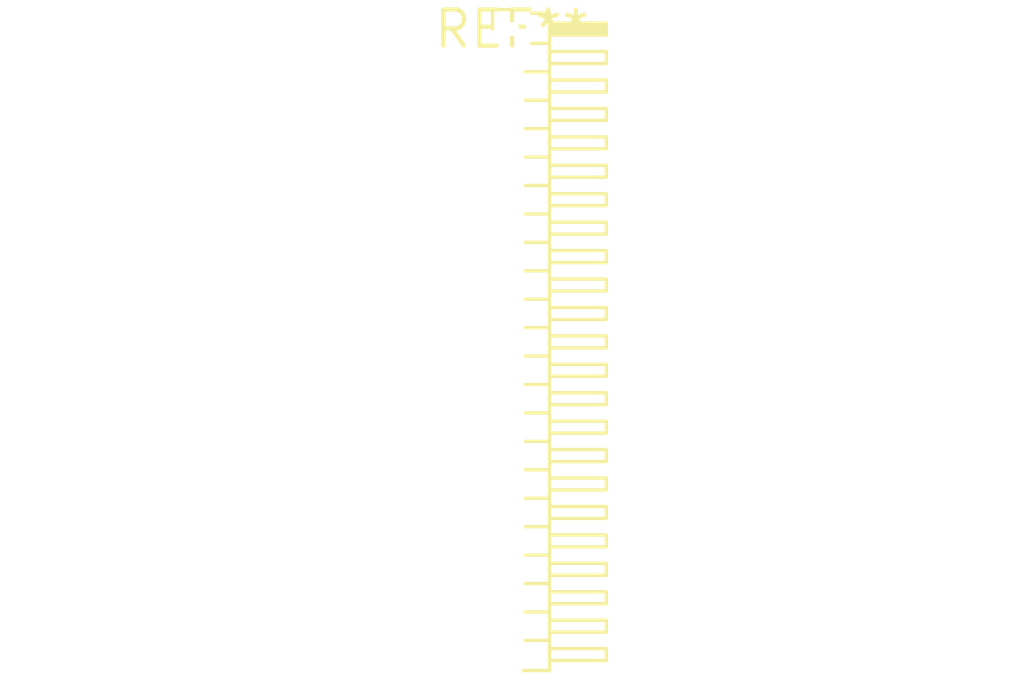
<source format=kicad_pcb>
(kicad_pcb (version 20240108) (generator pcbnew)
  (layers (0 "F.Cu" signal) (31 "B.Cu" signal) (34 "B.Paste" user) (35 "F.Paste" user) (36 "B.SilkS" user "B.Silkscreen") (37 "F.SilkS" user "F.Silkscreen") (38 "B.Mask" user) (39 "F.Mask" user) (44 "Edge.Cuts" user))
  (net 0 "")
  (footprint "PinHeader_1x23_P1.00mm_Horizontal" (layer "F.Cu") (at 0 0)
    (property "Reference" "REF**")
    (property "Value" "PinHeader_1x23_P1.00mm_Horizontal")
    (fp_line (start -0.685 -0.685) (end 0 -0.685) (layer "F.SilkS") (stroke (width 0.12)))
    (fp_line (start -0.685 0) (end -0.685 -0.685) (layer "F.SilkS") (stroke (width 0.12)))
    (fp_line (start 0.468215 1.5) (end 1.31 1.5) (layer "F.SilkS") (stroke (width 0.12)))
    (fp_line (start 0.468215 2.5) (end 1.31 2.5) (layer "F.SilkS") (stroke (width 0.12)))
    (fp_line (start 0.468215 3.5) (end 1.31 3.5) (layer "F.SilkS") (stroke (width 0.12)))
    (fp_line (start 0.468215 4.5) (end 1.31 4.5) (layer "F.SilkS") (stroke (width 0.12)))
    (fp_line (start 0.468215 5.5) (end 1.31 5.5) (layer "F.SilkS") (stroke (width 0.12)))
    (fp_line (start 0.468215 6.5) (end 1.31 6.5) (layer "F.SilkS") (stroke (width 0.12)))
    (fp_line (start 0.468215 7.5) (end 1.31 7.5) (layer "F.SilkS") (stroke (width 0.12)))
    (fp_line (start 0.468215 8.5) (end 1.31 8.5) (layer "F.SilkS") (stroke (width 0.12)))
    (fp_line (start 0.468215 9.5) (end 1.31 9.5) (layer "F.SilkS") (stroke (width 0.12)))
    (fp_line (start 0.468215 10.5) (end 1.31 10.5) (layer "F.SilkS") (stroke (width 0.12)))
    (fp_line (start 0.468215 11.5) (end 1.31 11.5) (layer "F.SilkS") (stroke (width 0.12)))
    (fp_line (start 0.468215 12.5) (end 1.31 12.5) (layer "F.SilkS") (stroke (width 0.12)))
    (fp_line (start 0.468215 13.5) (end 1.31 13.5) (layer "F.SilkS") (stroke (width 0.12)))
    (fp_line (start 0.468215 14.5) (end 1.31 14.5) (layer "F.SilkS") (stroke (width 0.12)))
    (fp_line (start 0.468215 15.5) (end 1.31 15.5) (layer "F.SilkS") (stroke (width 0.12)))
    (fp_line (start 0.468215 16.5) (end 1.31 16.5) (layer "F.SilkS") (stroke (width 0.12)))
    (fp_line (start 0.468215 17.5) (end 1.31 17.5) (layer "F.SilkS") (stroke (width 0.12)))
    (fp_line (start 0.468215 18.5) (end 1.31 18.5) (layer "F.SilkS") (stroke (width 0.12)))
    (fp_line (start 0.468215 19.5) (end 1.31 19.5) (layer "F.SilkS") (stroke (width 0.12)))
    (fp_line (start 0.468215 20.5) (end 1.31 20.5) (layer "F.SilkS") (stroke (width 0.12)))
    (fp_line (start 0.468215 21.5) (end 1.31 21.5) (layer "F.SilkS") (stroke (width 0.12)))
    (fp_line (start 0.685 -0.56) (end 1.31 -0.56) (layer "F.SilkS") (stroke (width 0.12)))
    (fp_line (start 0.685 0.5) (end 1.31 0.5) (layer "F.SilkS") (stroke (width 0.12)))
    (fp_line (start 1.31 -0.56) (end 1.31 22.56) (layer "F.SilkS") (stroke (width 0.12)))
    (fp_line (start 1.31 -0.21) (end 3.31 -0.21) (layer "F.SilkS") (stroke (width 0.12)))
    (fp_line (start 1.31 -0.15) (end 3.31 -0.15) (layer "F.SilkS") (stroke (width 0.12)))
    (fp_line (start 1.31 -0.03) (end 3.31 -0.03) (layer "F.SilkS") (stroke (width 0.12)))
    (fp_line (start 1.31 0.09) (end 3.31 0.09) (layer "F.SilkS") (stroke (width 0.12)))
    (fp_line (start 1.31 0.79) (end 3.31 0.79) (layer "F.SilkS") (stroke (width 0.12)))
    (fp_line (start 1.31 1.79) (end 3.31 1.79) (layer "F.SilkS") (stroke (width 0.12)))
    (fp_line (start 1.31 2.79) (end 3.31 2.79) (layer "F.SilkS") (stroke (width 0.12)))
    (fp_line (start 1.31 3.79) (end 3.31 3.79) (layer "F.SilkS") (stroke (width 0.12)))
    (fp_line (start 1.31 4.79) (end 3.31 4.79) (layer "F.SilkS") (stroke (width 0.12)))
    (fp_line (start 1.31 5.79) (end 3.31 5.79) (layer "F.SilkS") (stroke (width 0.12)))
    (fp_line (start 1.31 6.79) (end 3.31 6.79) (layer "F.SilkS") (stroke (width 0.12)))
    (fp_line (start 1.31 7.79) (end 3.31 7.79) (layer "F.SilkS") (stroke (width 0.12)))
    (fp_line (start 1.31 8.79) (end 3.31 8.79) (layer "F.SilkS") (stroke (width 0.12)))
    (fp_line (start 1.31 9.79) (end 3.31 9.79) (layer "F.SilkS") (stroke (width 0.12)))
    (fp_line (start 1.31 10.79) (end 3.31 10.79) (layer "F.SilkS") (stroke (width 0.12)))
    (fp_line (start 1.31 11.79) (end 3.31 11.79) (layer "F.SilkS") (stroke (width 0.12)))
    (fp_line (start 1.31 12.79) (end 3.31 12.79) (layer "F.SilkS") (stroke (width 0.12)))
    (fp_line (start 1.31 13.79) (end 3.31 13.79) (layer "F.SilkS") (stroke (width 0.12)))
    (fp_line (start 1.31 14.79) (end 3.31 14.79) (layer "F.SilkS") (stroke (width 0.12)))
    (fp_line (start 1.31 15.79) (end 3.31 15.79) (layer "F.SilkS") (stroke (width 0.12)))
    (fp_line (start 1.31 16.79) (end 3.31 16.79) (layer "F.SilkS") (stroke (width 0.12)))
    (fp_line (start 1.31 17.79) (end 3.31 17.79) (layer "F.SilkS") (stroke (width 0.12)))
    (fp_line (start 1.31 18.79) (end 3.31 18.79) (layer "F.SilkS") (stroke (width 0.12)))
    (fp_line (start 1.31 19.79) (end 3.31 19.79) (layer "F.SilkS") (stroke (width 0.12)))
    (fp_line (start 1.31 20.79) (end 3.31 20.79) (layer "F.SilkS") (stroke (width 0.12)))
    (fp_line (start 1.31 21.79) (end 3.31 21.79) (layer "F.SilkS") (stroke (width 0.12)))
    (fp_line (start 1.31 22.56) (end 0.394493 22.56) (layer "F.SilkS") (stroke (width 0.12)))
    (fp_line (start 3.31 -0.21) (end 3.31 0.21) (layer "F.SilkS") (stroke (width 0.12)))
    (fp_line (start 3.31 0.21) (end 1.31 0.21) (layer "F.SilkS") (stroke (width 0.12)))
    (fp_line (start 3.31 0.79) (end 3.31 1.21) (layer "F.SilkS") (stroke (width 0.12)))
    (fp_line (start 3.31 1.21) (end 1.31 1.21) (layer "F.SilkS") (stroke (width 0.12)))
    (fp_line (start 3.31 1.79) (end 3.31 2.21) (layer "F.SilkS") (stroke (width 0.12)))
    (fp_line (start 3.31 2.21) (end 1.31 2.21) (layer "F.SilkS") (stroke (width 0.12)))
    (fp_line (start 3.31 2.79) (end 3.31 3.21) (layer "F.SilkS") (stroke (width 0.12)))
    (fp_line (start 3.31 3.21) (end 1.31 3.21) (layer "F.SilkS") (stroke (width 0.12)))
    (fp_line (start 3.31 3.79) (end 3.31 4.21) (layer "F.SilkS") (stroke (width 0.12)))
    (fp_line (start 3.31 4.21) (end 1.31 4.21) (layer "F.SilkS") (stroke (width 0.12)))
    (fp_line (start 3.31 4.79) (end 3.31 5.21) (layer "F.SilkS") (stroke (width 0.12)))
    (fp_line (start 3.31 5.21) (end 1.31 5.21) (layer "F.SilkS") (stroke (width 0.12)))
    (fp_line (start 3.31 5.79) (end 3.31 6.21) (layer "F.SilkS") (stroke (width 0.12)))
    (fp_line (start 3.31 6.21) (end 1.31 6.21) (layer "F.SilkS") (stroke (width 0.12)))
    (fp_line (start 3.31 6.79) (end 3.31 7.21) (layer "F.SilkS") (stroke (width 0.12)))
    (fp_line (start 3.31 7.21) (end 1.31 7.21) (layer "F.SilkS") (stroke (width 0.12)))
    (fp_line (start 3.31 7.79) (end 3.31 8.21) (layer "F.SilkS") (stroke (width 0.12)))
    (fp_line (start 3.31 8.21) (end 1.31 8.21) (layer "F.SilkS") (stroke (width 0.12)))
    (fp_line (start 3.31 8.79) (end 3.31 9.21) (layer "F.SilkS") (stroke (width 0.12)))
    (fp_line (start 3.31 9.21) (end 1.31 9.21) (layer "F.SilkS") (stroke (width 0.12)))
    (fp_line (start 3.31 9.79) (end 3.31 10.21) (layer "F.SilkS") (stroke (width 0.12)))
    (fp_line (start 3.31 10.21) (end 1.31 10.21) (layer "F.SilkS") (stroke (width 0.12)))
    (fp_line (start 3.31 10.79) (end 3.31 11.21) (layer "F.SilkS") (stroke (width 0.12)))
    (fp_line (start 3.31 11.21) (end 1.31 11.21) (layer "F.SilkS") (stroke (width 0.12)))
    (fp_line (start 3.31 11.79) (end 3.31 12.21) (layer "F.SilkS") (stroke (width 0.12)))
    (fp_line (start 3.31 12.21) (end 1.31 12.21) (layer "F.SilkS") (stroke (width 0.12)))
    (fp_line (start 3.31 12.79) (end 3.31 13.21) (layer "F.SilkS") (stroke (width 0.12)))
    (fp_line (start 3.31 13.21) (end 1.31 13.21) (layer "F.SilkS") (stroke (width 0.12)))
    (fp_line (start 3.31 13.79) (end 3.31 14.21) (layer "F.SilkS") (stroke (width 0.12)))
    (fp_line (start 3.31 14.21) (end 1.31 14.21) (layer "F.SilkS") (stroke (width 0.12)))
    (fp_line (start 3.31 14.79) (end 3.31 15.21) (layer "F.SilkS") (stroke (width 0.12)))
    (fp_line (start 3.31 15.21) (end 1.31 15.21) (layer "F.SilkS") (stroke (width 0.12)))
    (fp_line (start 3.31 15.79) (end 3.31 16.21) (layer "F.SilkS") (stroke (width 0.12)))
    (fp_line (start 3.31 16.21) (end 1.31 16.21) (layer "F.SilkS") (stroke (width 0.12)))
    (fp_line (start 3.31 16.79) (end 3.31 17.21) (layer "F.SilkS") (stroke (width 0.12)))
    (fp_line (start 3.31 17.21) (end 1.31 17.21) (layer "F.SilkS") (stroke (width 0.12)))
    (fp_line (start 3.31 17.79) (end 3.31 18.21) (layer "F.SilkS") (stroke (width 0.12)))
    (fp_line (start 3.31 18.21) (end 1.31 18.21) (layer "F.SilkS") (stroke (width 0.12)))
    (fp_line (start 3.31 18.79) (end 3.31 19.21) (layer "F.SilkS") (stroke (width 0.12)))
    (fp_line (start 3.31 19.21) (end 1.31 19.21) (layer "F.SilkS") (stroke (width 0.12)))
    (fp_line (start 3.31 19.79) (end 3.31 20.21) (layer "F.SilkS") (stroke (width 0.12)))
    (fp_line (start 3.31 20.21) (end 1.31 20.21) (layer "F.SilkS") (stroke (width 0.12)))
    (fp_line (start 3.31 20.79) (end 3.31 21.21) (layer "F.SilkS") (stroke (width 0.12)))
    (fp_line (start 3.31 21.21) (end 1.31 21.21) (layer "F.SilkS") (stroke (width 0.12)))
    (fp_line (start 3.31 21.79) (end 3.31 22.21) (layer "F.SilkS") (stroke (width 0.12)))
    (fp_line (start 3.31 22.21) (end 1.31 22.21) (layer "F.SilkS") (stroke (width 0.12)))
    (pad "1" thru_hole rect (at 0 0) (size 0.85 0.85) (drill 0.5) (layers *.Cu *.Mask) (remove_unused_layers))
    (pad "2" thru_hole oval (at 0 1) (size 0.85 0.85) (drill 0.5) (layers *.Cu *.Mask) (remove_unused_layers))
    (pad "3" thru_hole oval (at 0 2) (size 0.85 0.85) (drill 0.5) (layers *.Cu *.Mask) (remove_unused_layers))
    (pad "4" thru_hole oval (at 0 3) (size 0.85 0.85) (drill 0.5) (layers *.Cu *.Mask) (remove_unused_layers))
    (pad "5" thru_hole oval (at 0 4) (size 0.85 0.85) (drill 0.5) (layers *.Cu *.Mask) (remove_unused_layers))
    (pad "6" thru_hole oval (at 0 5) (size 0.85 0.85) (drill 0.5) (layers *.Cu *.Mask) (remove_unused_layers))
    (pad "7" thru_hole oval (at 0 6) (size 0.85 0.85) (drill 0.5) (layers *.Cu *.Mask) (remove_unused_layers))
    (pad "8" thru_hole oval (at 0 7) (size 0.85 0.85) (drill 0.5) (layers *.Cu *.Mask) (remove_unused_layers))
    (pad "9" thru_hole oval (at 0 8) (size 0.85 0.85) (drill 0.5) (layers *.Cu *.Mask) (remove_unused_layers))
    (pad "10" thru_hole oval (at 0 9) (size 0.85 0.85) (drill 0.5) (layers *.Cu *.Mask) (remove_unused_layers))
    (pad "11" thru_hole oval (at 0 10) (size 0.85 0.85) (drill 0.5) (layers *.Cu *.Mask) (remove_unused_layers))
    (pad "12" thru_hole oval (at 0 11) (size 0.85 0.85) (drill 0.5) (layers *.Cu *.Mask) (remove_unused_layers))
    (pad "13" thru_hole oval (at 0 12) (size 0.85 0.85) (drill 0.5) (layers *.Cu *.Mask) (remove_unused_layers))
    (pad "14" thru_hole oval (at 0 13) (size 0.85 0.85) (drill 0.5) (layers *.Cu *.Mask) (remove_unused_layers))
    (pad "15" thru_hole oval (at 0 14) (size 0.85 0.85) (drill 0.5) (layers *.Cu *.Mask) (remove_unused_layers))
    (pad "16" thru_hole oval (at 0 15) (size 0.85 0.85) (drill 0.5) (layers *.Cu *.Mask) (remove_unused_layers))
    (pad "17" thru_hole oval (at 0 16) (size 0.85 0.85) (drill 0.5) (layers *.Cu *.Mask) (remove_unused_layers))
    (pad "18" thru_hole oval (at 0 17) (size 0.85 0.85) (drill 0.5) (layers *.Cu *.Mask) (remove_unused_layers))
    (pad "19" thru_hole oval (at 0 18) (size 0.85 0.85) (drill 0.5) (layers *.Cu *.Mask) (remove_unused_layers))
    (pad "20" thru_hole oval (at 0 19) (size 0.85 0.85) (drill 0.5) (layers *.Cu *.Mask) (remove_unused_layers))
    (pad "21" thru_hole oval (at 0 20) (size 0.85 0.85) (drill 0.5) (layers *.Cu *.Mask) (remove_unused_layers))
    (pad "22" thru_hole oval (at 0 21) (size 0.85 0.85) (drill 0.5) (layers *.Cu *.Mask) (remove_unused_layers))
    (pad "23" thru_hole oval (at 0 22) (size 0.85 0.85) (drill 0.5) (layers *.Cu *.Mask) (remove_unused_layers))
  )
)
</source>
